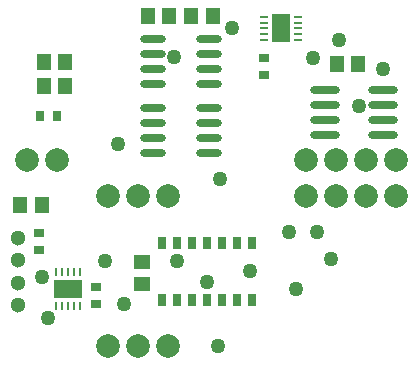
<source format=gbr>
G04 Layer_Color=16711935*
%FSLAX45Y45*%
%MOMM*%
%TF.FileFunction,Soldermask,Bot*%
%TF.Part,Single*%
G01*
G75*
%TA.AperFunction,SMDPad,CuDef*%
%ADD13R,1.40000X1.20000*%
%ADD14R,0.90000X0.80000*%
%TA.AperFunction,ComponentPad*%
%ADD17C,2.00000*%
%ADD18C,1.30000*%
%TA.AperFunction,ViaPad*%
%ADD19C,1.27000*%
%TA.AperFunction,SMDPad,CuDef*%
%ADD20O,2.20000X0.60000*%
%ADD21O,2.50000X0.70000*%
%ADD22R,1.20000X1.40000*%
%ADD23R,0.25000X0.67500*%
%ADD24R,0.67500X0.25000*%
%ADD25R,0.65000X1.00000*%
%ADD26R,0.80000X0.90000*%
%TA.AperFunction,NonConductor*%
%ADD28R,2.37500X1.62504*%
%ADD29R,1.62504X2.37500*%
D13*
X-1440180Y-77297D02*
D03*
Y102702D02*
D03*
D14*
X-1828800Y-247792D02*
D03*
Y-107793D02*
D03*
X-406400Y1828800D02*
D03*
Y1688800D02*
D03*
X-2311400Y209403D02*
D03*
Y349402D02*
D03*
D17*
X-2159000Y965200D02*
D03*
X-2413000D02*
D03*
X-1727200Y-609600D02*
D03*
X-1473200D02*
D03*
X-1219200D02*
D03*
Y660400D02*
D03*
X-1473200D02*
D03*
X-1727200D02*
D03*
X-50800Y965200D02*
D03*
X203200D02*
D03*
X457200D02*
D03*
X711200D02*
D03*
X-50800Y660400D02*
D03*
X203200D02*
D03*
X457200D02*
D03*
X711200D02*
D03*
D18*
X-2489200Y-260101D02*
D03*
Y-69601D02*
D03*
Y120899D02*
D03*
Y311399D02*
D03*
D19*
X-1586088Y-247792D02*
D03*
X-789940Y-601980D02*
D03*
X48260Y360680D02*
D03*
X15240Y1831340D02*
D03*
X-1747520Y111760D02*
D03*
X601980Y1737360D02*
D03*
X-889000Y-60960D02*
D03*
X-675645Y2082795D02*
D03*
X-1635760Y1102360D02*
D03*
X-523240Y25400D02*
D03*
X398780Y1424940D02*
D03*
X228600Y1981200D02*
D03*
X-777240Y807720D02*
D03*
X-2235200Y-370840D02*
D03*
X-1165860Y1844040D02*
D03*
X-193040Y355600D02*
D03*
X165100Y134620D02*
D03*
X-1143000Y116840D02*
D03*
X-2280920Y-22860D02*
D03*
X-134620Y-121920D02*
D03*
D20*
X-1345997Y1612900D02*
D03*
Y1739900D02*
D03*
Y1866900D02*
D03*
Y1993900D02*
D03*
X-865998Y1612900D02*
D03*
Y1739900D02*
D03*
Y1866900D02*
D03*
Y1993900D02*
D03*
X-1345997Y1028700D02*
D03*
Y1155700D02*
D03*
Y1282700D02*
D03*
Y1409700D02*
D03*
X-865998Y1028700D02*
D03*
Y1155700D02*
D03*
Y1282700D02*
D03*
Y1409700D02*
D03*
D21*
X601401Y1562100D02*
D03*
Y1435100D02*
D03*
Y1308100D02*
D03*
Y1181100D02*
D03*
X111399Y1562100D02*
D03*
Y1435100D02*
D03*
Y1308100D02*
D03*
Y1181100D02*
D03*
D22*
X-2466000Y584200D02*
D03*
X-2286000D02*
D03*
X394802Y1778000D02*
D03*
X214803D02*
D03*
X-1018200Y2184400D02*
D03*
X-838200D02*
D03*
X-1205398D02*
D03*
X-1385397D02*
D03*
X-2088505Y1593997D02*
D03*
X-2268504D02*
D03*
X-2088505Y1797197D02*
D03*
X-2268504D02*
D03*
D23*
X-1964400Y21107D02*
D03*
X-2014403D02*
D03*
X-2164405D02*
D03*
X-2114403D02*
D03*
X-2064400D02*
D03*
X-2164405Y-266395D02*
D03*
X-1964400D02*
D03*
X-2014403D02*
D03*
X-2114403D02*
D03*
X-2064400D02*
D03*
D24*
X-406400Y2082795D02*
D03*
Y2132797D02*
D03*
Y2032798D02*
D03*
Y1982795D02*
D03*
Y2182800D02*
D03*
X-118897Y2082795D02*
D03*
Y2132797D02*
D03*
Y2182800D02*
D03*
Y2032798D02*
D03*
Y1982795D02*
D03*
D25*
X-1270000Y-215900D02*
D03*
X-1143000D02*
D03*
X-508000D02*
D03*
X-635000D02*
D03*
X-508000Y266700D02*
D03*
X-635000D02*
D03*
X-1270000D02*
D03*
X-1143000D02*
D03*
X-1016000Y-215900D02*
D03*
X-889000D02*
D03*
X-762000D02*
D03*
Y266700D02*
D03*
X-889000D02*
D03*
X-1016000D02*
D03*
D26*
X-2299305Y1339997D02*
D03*
X-2159300D02*
D03*
D28*
X-2064400Y-122644D02*
D03*
D29*
X-262651Y2082797D02*
D03*
%TF.MD5,0c9658d26d6bf570d4d655866adf703b*%
M02*

</source>
